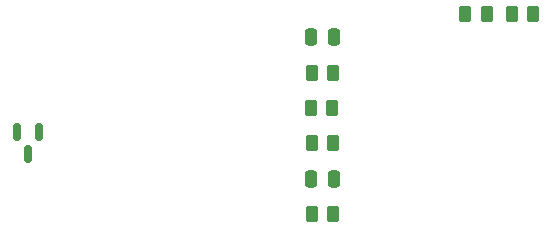
<source format=gbr>
%TF.GenerationSoftware,KiCad,Pcbnew,9.0.7-9.0.7~ubuntu24.04.1*%
%TF.CreationDate,2026-02-02T00:49:15+01:00*%
%TF.ProjectId,HArem,48417265-6d2e-46b6-9963-61645f706362,rev?*%
%TF.SameCoordinates,Original*%
%TF.FileFunction,Paste,Top*%
%TF.FilePolarity,Positive*%
%FSLAX46Y46*%
G04 Gerber Fmt 4.6, Leading zero omitted, Abs format (unit mm)*
G04 Created by KiCad (PCBNEW 9.0.7-9.0.7~ubuntu24.04.1) date 2026-02-02 00:49:15*
%MOMM*%
%LPD*%
G01*
G04 APERTURE LIST*
G04 Aperture macros list*
%AMRoundRect*
0 Rectangle with rounded corners*
0 $1 Rounding radius*
0 $2 $3 $4 $5 $6 $7 $8 $9 X,Y pos of 4 corners*
0 Add a 4 corners polygon primitive as box body*
4,1,4,$2,$3,$4,$5,$6,$7,$8,$9,$2,$3,0*
0 Add four circle primitives for the rounded corners*
1,1,$1+$1,$2,$3*
1,1,$1+$1,$4,$5*
1,1,$1+$1,$6,$7*
1,1,$1+$1,$8,$9*
0 Add four rect primitives between the rounded corners*
20,1,$1+$1,$2,$3,$4,$5,0*
20,1,$1+$1,$4,$5,$6,$7,0*
20,1,$1+$1,$6,$7,$8,$9,0*
20,1,$1+$1,$8,$9,$2,$3,0*%
G04 Aperture macros list end*
%ADD10RoundRect,0.250000X-0.262500X-0.450000X0.262500X-0.450000X0.262500X0.450000X-0.262500X0.450000X0*%
%ADD11RoundRect,0.250000X0.262500X0.450000X-0.262500X0.450000X-0.262500X-0.450000X0.262500X-0.450000X0*%
%ADD12RoundRect,0.250000X-0.250000X-0.475000X0.250000X-0.475000X0.250000X0.475000X-0.250000X0.475000X0*%
%ADD13RoundRect,0.150000X-0.150000X0.587500X-0.150000X-0.587500X0.150000X-0.587500X0.150000X0.587500X0*%
G04 APERTURE END LIST*
D10*
%TO.C,R4*%
X154825000Y-103000000D03*
X153000000Y-103000000D03*
%TD*%
D11*
%TO.C,R3*%
X149087500Y-103000000D03*
X150912500Y-103000000D03*
%TD*%
%TO.C,R6*%
X136087500Y-120000000D03*
X137912500Y-120000000D03*
%TD*%
D12*
%TO.C,C2*%
X136050000Y-117000000D03*
X137950000Y-117000000D03*
%TD*%
D13*
%TO.C,Q1*%
X112050000Y-114937500D03*
X111100000Y-113062500D03*
X113000000Y-113062500D03*
%TD*%
D12*
%TO.C,C1*%
X136050000Y-105000000D03*
X137950000Y-105000000D03*
%TD*%
D10*
%TO.C,R2*%
X136000000Y-111000000D03*
X137825000Y-111000000D03*
%TD*%
D11*
%TO.C,R1*%
X137912500Y-108000000D03*
X136087500Y-108000000D03*
%TD*%
D10*
%TO.C,R5*%
X136087500Y-114000000D03*
X137912500Y-114000000D03*
%TD*%
M02*

</source>
